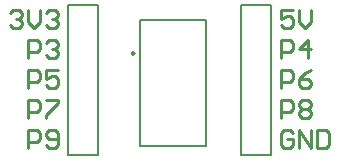
<source format=gto>
G04 Layer_Color=65535*
%FSLAX25Y25*%
%MOIN*%
G70*
G01*
G75*
%ADD14C,0.01000*%
%ADD15C,0.00984*%
%ADD16C,0.00787*%
D14*
X8000Y5500D02*
Y11498D01*
X10999D01*
X11999Y10498D01*
Y8499D01*
X10999Y7499D01*
X8000D01*
X13998Y6500D02*
X14998Y5500D01*
X16997D01*
X17997Y6500D01*
Y10498D01*
X16997Y11498D01*
X14998D01*
X13998Y10498D01*
Y9499D01*
X14998Y8499D01*
X17997D01*
X96499Y10498D02*
X95499Y11498D01*
X93500D01*
X92500Y10498D01*
Y6500D01*
X93500Y5500D01*
X95499D01*
X96499Y6500D01*
Y8499D01*
X94499D01*
X98498Y5500D02*
Y11498D01*
X102497Y5500D01*
Y11498D01*
X104496D02*
Y5500D01*
X107495D01*
X108495Y6500D01*
Y10498D01*
X107495Y11498D01*
X104496D01*
X92500Y15500D02*
Y21498D01*
X95499D01*
X96499Y20498D01*
Y18499D01*
X95499Y17499D01*
X92500D01*
X98498Y20498D02*
X99498Y21498D01*
X101497D01*
X102497Y20498D01*
Y19499D01*
X101497Y18499D01*
X102497Y17499D01*
Y16500D01*
X101497Y15500D01*
X99498D01*
X98498Y16500D01*
Y17499D01*
X99498Y18499D01*
X98498Y19499D01*
Y20498D01*
X99498Y18499D02*
X101497D01*
X92500Y25500D02*
Y31498D01*
X95499D01*
X96499Y30498D01*
Y28499D01*
X95499Y27499D01*
X92500D01*
X102497Y31498D02*
X100497Y30498D01*
X98498Y28499D01*
Y26500D01*
X99498Y25500D01*
X101497D01*
X102497Y26500D01*
Y27499D01*
X101497Y28499D01*
X98498D01*
X92500Y35500D02*
Y41498D01*
X95499D01*
X96499Y40498D01*
Y38499D01*
X95499Y37499D01*
X92500D01*
X101497Y35500D02*
Y41498D01*
X98498Y38499D01*
X102497D01*
X96499Y51498D02*
X92500D01*
Y48499D01*
X94499Y49499D01*
X95499D01*
X96499Y48499D01*
Y46500D01*
X95499Y45500D01*
X93500D01*
X92500Y46500D01*
X98498Y51498D02*
Y47499D01*
X100497Y45500D01*
X102497Y47499D01*
Y51498D01*
X2000Y50498D02*
X3000Y51498D01*
X4999D01*
X5999Y50498D01*
Y49499D01*
X4999Y48499D01*
X3999D01*
X4999D01*
X5999Y47499D01*
Y46500D01*
X4999Y45500D01*
X3000D01*
X2000Y46500D01*
X7998Y51498D02*
Y47499D01*
X9997Y45500D01*
X11997Y47499D01*
Y51498D01*
X13996Y50498D02*
X14996Y51498D01*
X16995D01*
X17995Y50498D01*
Y49499D01*
X16995Y48499D01*
X15995D01*
X16995D01*
X17995Y47499D01*
Y46500D01*
X16995Y45500D01*
X14996D01*
X13996Y46500D01*
X8000Y35500D02*
Y41498D01*
X10999D01*
X11999Y40498D01*
Y38499D01*
X10999Y37499D01*
X8000D01*
X13998Y40498D02*
X14998Y41498D01*
X16997D01*
X17997Y40498D01*
Y39499D01*
X16997Y38499D01*
X15997D01*
X16997D01*
X17997Y37499D01*
Y36500D01*
X16997Y35500D01*
X14998D01*
X13998Y36500D01*
X8000Y25500D02*
Y31498D01*
X10999D01*
X11999Y30498D01*
Y28499D01*
X10999Y27499D01*
X8000D01*
X17997Y31498D02*
X13998D01*
Y28499D01*
X15997Y29499D01*
X16997D01*
X17997Y28499D01*
Y26500D01*
X16997Y25500D01*
X14998D01*
X13998Y26500D01*
X8000Y15500D02*
Y21498D01*
X10999D01*
X11999Y20498D01*
Y18499D01*
X10999Y17499D01*
X8000D01*
X13998Y21498D02*
X17997D01*
Y20498D01*
X13998Y16500D01*
Y15500D01*
D15*
X43409Y37000D02*
X42671Y37426D01*
Y36574D01*
X43409Y37000D01*
D16*
X21500Y3000D02*
X31500D01*
X21500D02*
Y53000D01*
X31500Y3000D02*
Y53000D01*
X21500D02*
X31500D01*
X79000D02*
X89000D01*
Y3000D02*
Y53000D01*
X79000Y3000D02*
Y53000D01*
Y3000D02*
X89000D01*
X67524Y5839D02*
Y48161D01*
X45476D02*
X67524D01*
X45476Y5839D02*
Y48161D01*
Y5839D02*
X67524D01*
M02*

</source>
